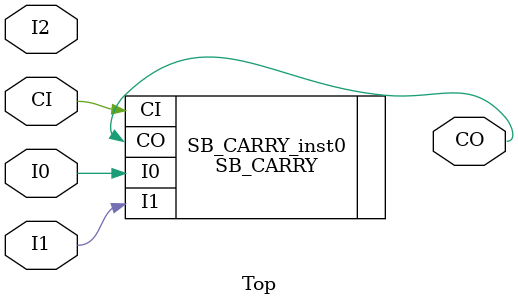
<source format=v>

module Top(
  input  I0,
         I1,
         I2,
         CI,
  output CO
);

  SB_CARRY SB_CARRY_inst0 (
    .I0 (I0),
    .I1 (I1),
    .CI (CI),
    .CO (CO)
  );
endmodule


</source>
